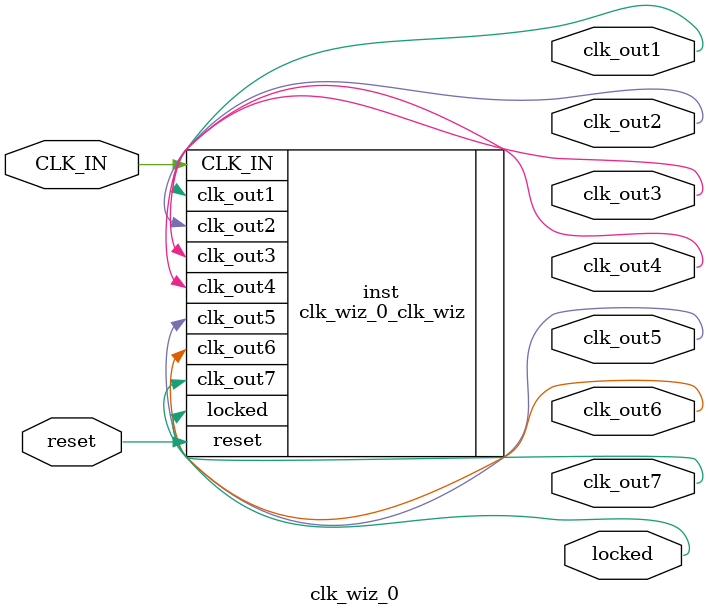
<source format=v>


`timescale 1ps/1ps

(* CORE_GENERATION_INFO = "clk_wiz_0,clk_wiz_v6_0_4_0_0,{component_name=clk_wiz_0,use_phase_alignment=true,use_min_o_jitter=false,use_max_i_jitter=false,use_dyn_phase_shift=false,use_inclk_switchover=false,use_dyn_reconfig=false,enable_axi=0,feedback_source=FDBK_AUTO,PRIMITIVE=MMCM,num_out_clk=7,clkin1_period=40.000,clkin2_period=10.0,use_power_down=false,use_reset=true,use_locked=true,use_inclk_stopped=false,feedback_type=SINGLE,CLOCK_MGR_TYPE=NA,manual_override=true}" *)

module clk_wiz_0 
 (
  // Clock out ports
  output        clk_out1,
  output        clk_out2,
  output        clk_out3,
  output        clk_out4,
  output        clk_out5,
  output        clk_out6,
  output        clk_out7,
  // Status and control signals
  input         reset,
  output        locked,
 // Clock in ports
  input         CLK_IN
 );

  clk_wiz_0_clk_wiz inst
  (
  // Clock out ports  
  .clk_out1(clk_out1),
  .clk_out2(clk_out2),
  .clk_out3(clk_out3),
  .clk_out4(clk_out4),
  .clk_out5(clk_out5),
  .clk_out6(clk_out6),
  .clk_out7(clk_out7),
  // Status and control signals               
  .reset(reset), 
  .locked(locked),
 // Clock in ports
  .CLK_IN(CLK_IN)
  );

endmodule

</source>
